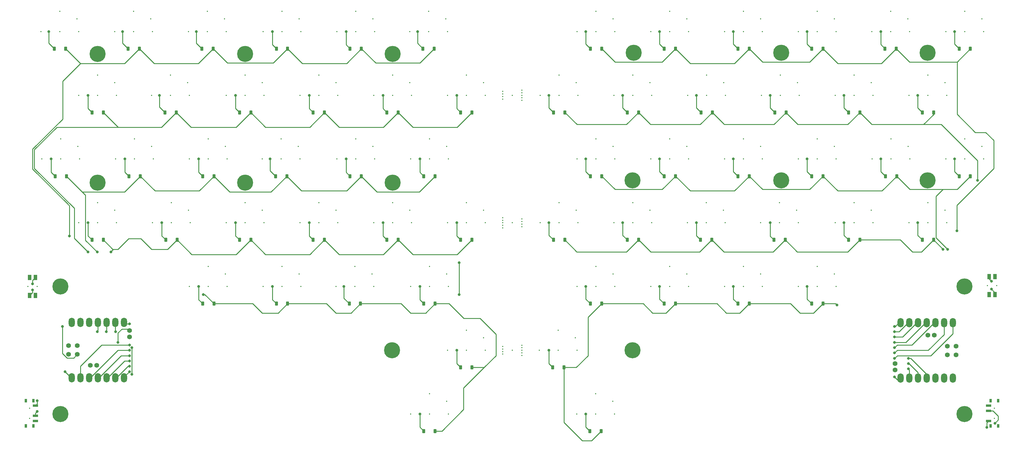
<source format=gtl>
%TF.GenerationSoftware,KiCad,Pcbnew,7.0.9*%
%TF.CreationDate,2023-12-25T02:24:28+05:30*%
%TF.ProjectId,HiveKB,48697665-4b42-42e6-9b69-6361645f7063,rev?*%
%TF.SameCoordinates,Original*%
%TF.FileFunction,Copper,L1,Top*%
%TF.FilePolarity,Positive*%
%FSLAX46Y46*%
G04 Gerber Fmt 4.6, Leading zero omitted, Abs format (unit mm)*
G04 Created by KiCad (PCBNEW 7.0.9) date 2023-12-25 02:24:28*
%MOMM*%
%LPD*%
G01*
G04 APERTURE LIST*
G04 Aperture macros list*
%AMRoundRect*
0 Rectangle with rounded corners*
0 $1 Rounding radius*
0 $2 $3 $4 $5 $6 $7 $8 $9 X,Y pos of 4 corners*
0 Add a 4 corners polygon primitive as box body*
4,1,4,$2,$3,$4,$5,$6,$7,$8,$9,$2,$3,0*
0 Add four circle primitives for the rounded corners*
1,1,$1+$1,$2,$3*
1,1,$1+$1,$4,$5*
1,1,$1+$1,$6,$7*
1,1,$1+$1,$8,$9*
0 Add four rect primitives between the rounded corners*
20,1,$1+$1,$2,$3,$4,$5,0*
20,1,$1+$1,$4,$5,$6,$7,0*
20,1,$1+$1,$6,$7,$8,$9,0*
20,1,$1+$1,$8,$9,$2,$3,0*%
G04 Aperture macros list end*
%TA.AperFunction,SMDPad,CuDef*%
%ADD10RoundRect,0.225000X0.225000X0.375000X-0.225000X0.375000X-0.225000X-0.375000X0.225000X-0.375000X0*%
%TD*%
%TA.AperFunction,ComponentPad*%
%ADD11C,4.700000*%
%TD*%
%TA.AperFunction,SMDPad,CuDef*%
%ADD12O,1.800000X2.750000*%
%TD*%
%TA.AperFunction,ComponentPad*%
%ADD13C,1.397000*%
%TD*%
%TA.AperFunction,SMDPad,CuDef*%
%ADD14R,1.000000X1.550000*%
%TD*%
%TA.AperFunction,SMDPad,CuDef*%
%ADD15R,0.800000X1.000000*%
%TD*%
%TA.AperFunction,SMDPad,CuDef*%
%ADD16R,1.500000X0.700000*%
%TD*%
%TA.AperFunction,ViaPad*%
%ADD17C,0.800000*%
%TD*%
%TA.AperFunction,Conductor*%
%ADD18C,0.250000*%
%TD*%
%ADD19C,0.350000*%
G04 APERTURE END LIST*
D10*
%TO.P,D36,1,K*%
%TO.N,ROW1_R*%
X355356608Y-84133170D03*
%TO.P,D36,2,A*%
%TO.N,Net-(D36-A)*%
X352056608Y-84133170D03*
%TD*%
%TO.P,D5,1,K*%
%TO.N,ROW1_L*%
X177806371Y-84133174D03*
%TO.P,D5,2,A*%
%TO.N,Net-(D5-A)*%
X174506371Y-84133174D03*
%TD*%
%TO.P,D52,1,K*%
%TO.N,ROW4_R*%
X301356608Y-139991814D03*
%TO.P,D52,2,A*%
%TO.N,Net-(D52-A)*%
X298056608Y-139991814D03*
%TD*%
%TO.P,D37,1,K*%
%TO.N,ROW2_R*%
X237106608Y-102752718D03*
%TO.P,D37,2,A*%
%TO.N,Net-(D37-A)*%
X233806608Y-102752718D03*
%TD*%
%TO.P,D46,1,K*%
%TO.N,ROW3_R*%
X312356608Y-121372266D03*
%TO.P,D46,2,A*%
%TO.N,Net-(D46-A)*%
X309056608Y-121372266D03*
%TD*%
%TO.P,D44,1,K*%
%TO.N,ROW3_R*%
X269356608Y-121372266D03*
%TO.P,D44,2,A*%
%TO.N,Net-(D44-A)*%
X266056608Y-121372266D03*
%TD*%
%TO.P,D3,1,K*%
%TO.N,ROW1_L*%
X134556374Y-84133172D03*
%TO.P,D3,2,A*%
%TO.N,Net-(D3-A)*%
X131256374Y-84133172D03*
%TD*%
%TO.P,D53,1,K*%
%TO.N,ROW4_R*%
X323106608Y-139991814D03*
%TO.P,D53,2,A*%
%TO.N,Net-(D53-A)*%
X319806608Y-139991814D03*
%TD*%
%TO.P,D55,1,K*%
%TO.N,ROW5_R*%
X247731608Y-195850458D03*
%TO.P,D55,2,A*%
%TO.N,Net-(D55-A)*%
X244431608Y-195850458D03*
%TD*%
D11*
%TO.P,,1*%
%TO.N,N/C*%
X256831976Y-122578830D03*
%TD*%
%TO.P,,1*%
%TO.N,N/C*%
X342832104Y-85339710D03*
%TD*%
D10*
%TO.P,D23,1,K*%
%TO.N,ROW4_L*%
X188556368Y-139991777D03*
%TO.P,D23,2,A*%
%TO.N,Net-(D23-A)*%
X185256368Y-139991777D03*
%TD*%
D11*
%TO.P,,1*%
%TO.N,N/C*%
X90031384Y-190850490D03*
%TD*%
D10*
%TO.P,D6,1,K*%
%TO.N,ROW1_L*%
X199056370Y-84133172D03*
%TO.P,D6,2,A*%
%TO.N,Net-(D6-A)*%
X195756370Y-84133172D03*
%TD*%
%TO.P,D1,1,K*%
%TO.N,ROW1_L*%
X91556372Y-84133175D03*
%TO.P,D1,2,A*%
%TO.N,Net-(D1-A)*%
X88256372Y-84133175D03*
%TD*%
%TO.P,D25,1,K*%
%TO.N,ROW5_L*%
X134806371Y-158611275D03*
%TO.P,D25,2,A*%
%TO.N,Net-(D25-A)*%
X131506371Y-158611275D03*
%TD*%
%TO.P,D42,1,K*%
%TO.N,ROW2_R*%
X344606608Y-102752718D03*
%TO.P,D42,2,A*%
%TO.N,Net-(D42-A)*%
X341306608Y-102752718D03*
%TD*%
D11*
%TO.P,,1*%
%TO.N,N/C*%
X300167978Y-85339710D03*
%TD*%
%TO.P,,1*%
%TO.N,N/C*%
X353582120Y-190850550D03*
%TD*%
D10*
%TO.P,D58,1,K*%
%TO.N,ROW5_R*%
X269356608Y-158611362D03*
%TO.P,D58,2,A*%
%TO.N,Net-(D58-A)*%
X266056608Y-158611362D03*
%TD*%
%TO.P,D60,1,K*%
%TO.N,ROW5_R*%
X312356608Y-158611362D03*
%TO.P,D60,2,A*%
%TO.N,Net-(D60-A)*%
X309056608Y-158611362D03*
%TD*%
D11*
%TO.P,,1*%
%TO.N,N/C*%
X186906368Y-85646263D03*
%TD*%
D10*
%TO.P,D34,1,K*%
%TO.N,ROW1_R*%
X312356608Y-84133170D03*
%TO.P,D34,2,A*%
%TO.N,Net-(D34-A)*%
X309056608Y-84133170D03*
%TD*%
%TO.P,D41,1,K*%
%TO.N,ROW2_R*%
X323106608Y-102752718D03*
%TO.P,D41,2,A*%
%TO.N,Net-(D41-A)*%
X319806608Y-102752718D03*
%TD*%
%TO.P,D18,1,K*%
%TO.N,ROW3_L*%
X199306373Y-121372170D03*
%TO.P,D18,2,A*%
%TO.N,Net-(D18-A)*%
X196006373Y-121372170D03*
%TD*%
%TO.P,D4,1,K*%
%TO.N,ROW1_L*%
X156306370Y-84133172D03*
%TO.P,D4,2,A*%
%TO.N,Net-(D4-A)*%
X153006370Y-84133172D03*
%TD*%
%TO.P,D40,1,K*%
%TO.N,ROW2_R*%
X301606608Y-102752718D03*
%TO.P,D40,2,A*%
%TO.N,Net-(D40-A)*%
X298306608Y-102752718D03*
%TD*%
%TO.P,D9,1,K*%
%TO.N,ROW2_L*%
X145556369Y-102752674D03*
%TO.P,D9,2,A*%
%TO.N,Net-(D9-A)*%
X142256369Y-102752674D03*
%TD*%
%TO.P,D33,1,K*%
%TO.N,ROW1_R*%
X290856608Y-84133170D03*
%TO.P,D33,2,A*%
%TO.N,Net-(D33-A)*%
X287556608Y-84133170D03*
%TD*%
%TO.P,D28,1,K*%
%TO.N,ROW5_L*%
X199306369Y-158611273D03*
%TO.P,D28,2,A*%
%TO.N,Net-(D28-A)*%
X196006369Y-158611273D03*
%TD*%
%TO.P,D20,1,K*%
%TO.N,ROW4_L*%
X124056371Y-139991775D03*
%TO.P,D20,2,A*%
%TO.N,Net-(D20-A)*%
X120756371Y-139991775D03*
%TD*%
D11*
%TO.P,,1*%
%TO.N,N/C*%
X256831976Y-172230990D03*
%TD*%
D10*
%TO.P,D54,1,K*%
%TO.N,ROW4_R*%
X344606608Y-139991814D03*
%TO.P,D54,2,A*%
%TO.N,Net-(D54-A)*%
X341306608Y-139991814D03*
%TD*%
%TO.P,D50,1,K*%
%TO.N,ROW4_R*%
X258606608Y-139991814D03*
%TO.P,D50,2,A*%
%TO.N,Net-(D50-A)*%
X255306608Y-139991814D03*
%TD*%
%TO.P,D10,1,K*%
%TO.N,ROW2_L*%
X167056372Y-102752675D03*
%TO.P,D10,2,A*%
%TO.N,Net-(D10-A)*%
X163756372Y-102752675D03*
%TD*%
%TO.P,D7,1,K*%
%TO.N,ROW2_L*%
X102556371Y-102752675D03*
%TO.P,D7,2,A*%
%TO.N,Net-(D7-A)*%
X99256371Y-102752675D03*
%TD*%
D11*
%TO.P,,1*%
%TO.N,N/C*%
X90031384Y-153611370D03*
%TD*%
D10*
%TO.P,D2,1,K*%
%TO.N,ROW1_L*%
X113056367Y-84133167D03*
%TO.P,D2,2,A*%
%TO.N,Net-(D2-A)*%
X109756367Y-84133167D03*
%TD*%
%TO.P,D26,1,K*%
%TO.N,ROW5_L*%
X156306369Y-158611278D03*
%TO.P,D26,2,A*%
%TO.N,Net-(D26-A)*%
X153006369Y-158611278D03*
%TD*%
%TO.P,D49,1,K*%
%TO.N,ROW4_R*%
X237106608Y-139991814D03*
%TO.P,D49,2,A*%
%TO.N,Net-(D49-A)*%
X233806608Y-139991814D03*
%TD*%
%TO.P,D38,1,K*%
%TO.N,ROW2_R*%
X258606608Y-102752718D03*
%TO.P,D38,2,A*%
%TO.N,Net-(D38-A)*%
X255306608Y-102752718D03*
%TD*%
%TO.P,D19,1,K*%
%TO.N,ROW4_L*%
X102556369Y-139991776D03*
%TO.P,D19,2,A*%
%TO.N,Net-(D19-A)*%
X99256369Y-139991776D03*
%TD*%
D11*
%TO.P,,1*%
%TO.N,N/C*%
X257167914Y-85339710D03*
%TD*%
D10*
%TO.P,D12,1,K*%
%TO.N,ROW2_L*%
X210056374Y-102752674D03*
%TO.P,D12,2,A*%
%TO.N,Net-(D12-A)*%
X206756374Y-102752674D03*
%TD*%
%TO.P,D17,1,K*%
%TO.N,ROW3_L*%
X177806371Y-121372174D03*
%TO.P,D17,2,A*%
%TO.N,Net-(D17-A)*%
X174506371Y-121372174D03*
%TD*%
%TO.P,D39,1,K*%
%TO.N,ROW2_R*%
X280106608Y-102752718D03*
%TO.P,D39,2,A*%
%TO.N,Net-(D39-A)*%
X276806608Y-102752718D03*
%TD*%
%TO.P,D16,1,K*%
%TO.N,ROW3_L*%
X156056374Y-121372172D03*
%TO.P,D16,2,A*%
%TO.N,Net-(D16-A)*%
X152756374Y-121372172D03*
%TD*%
D11*
%TO.P,,1*%
%TO.N,N/C*%
X143906369Y-85646266D03*
%TD*%
%TO.P,,1*%
%TO.N,N/C*%
X353582120Y-153611430D03*
%TD*%
D10*
%TO.P,D22,1,K*%
%TO.N,ROW4_L*%
X167056369Y-139991776D03*
%TO.P,D22,2,A*%
%TO.N,Net-(D22-A)*%
X163756369Y-139991776D03*
%TD*%
%TO.P,D11,1,K*%
%TO.N,ROW2_L*%
X188556372Y-102752670D03*
%TO.P,D11,2,A*%
%TO.N,Net-(D11-A)*%
X185256372Y-102752670D03*
%TD*%
D12*
%TO.P,U1,1,PA02_A0_D0*%
%TO.N,ROW1_L*%
X93359664Y-180256815D03*
%TO.P,U1,2,PA4_A1_D1*%
%TO.N,COL1_L*%
X95899664Y-180256815D03*
%TO.P,U1,3,PA10_A2_D2*%
%TO.N,COL2_L*%
X98439664Y-180256815D03*
%TO.P,U1,4,PA11_A3_D3*%
%TO.N,COL3_L*%
X100979664Y-180256815D03*
%TO.P,U1,5,PA8_A4_D4_SDA*%
%TO.N,COL4_L*%
X103519664Y-180256815D03*
%TO.P,U1,6,PA9_A5_D5_SCL*%
%TO.N,COL5_L*%
X106059664Y-180256815D03*
%TO.P,U1,7,PB08_A6_D6_TX*%
%TO.N,COL6_L*%
X108599664Y-180256815D03*
%TO.P,U1,8,PB09_A7_D7_RX*%
%TO.N,ROW5_L*%
X108599664Y-164066895D03*
%TO.P,U1,9,PA7_A8_D8_SCK*%
%TO.N,ROW4_L*%
X106059664Y-164066895D03*
%TO.P,U1,10,PA5_A9_D9_MISO*%
%TO.N,ROW3_L*%
X103519664Y-164066895D03*
%TO.P,U1,11,PA6_A10_D10_MOSI*%
%TO.N,ROW2_L*%
X100979664Y-164066895D03*
%TO.P,U1,12,3V3*%
%TO.N,unconnected-(U1-3V3-Pad12)*%
X98439664Y-164066895D03*
%TO.P,U1,13,GND*%
%TO.N,unconnected-(U1-GND-Pad13)*%
X95899664Y-164066895D03*
%TO.P,U1,14,5V*%
%TO.N,unconnected-(U1-5V-Pad14)*%
X93359664Y-164066895D03*
D13*
%TO.P,U1,15,NFC+*%
%TO.N,unconnected-(U1-NFC+-Pad15)*%
X92407664Y-173431855D03*
%TO.P,U1,16,NFC-*%
%TO.N,unconnected-(U1-NFC--Pad16)*%
X92407664Y-170891855D03*
%TO.P,U1,17,PA31_SWDIO*%
%TO.N,Net-(U1-PA31_SWDIO)*%
X94947664Y-173431855D03*
%TO.P,U1,18,PA30_SWCLK*%
%TO.N,Net-(U1-PA30_SWCLK)*%
X94947664Y-170891855D03*
%TO.P,U1,19,RESET*%
%TO.N,unconnected-(U1-RESET-Pad19)*%
X100662664Y-176606855D03*
%TO.P,U1,20,GND*%
%TO.N,unconnected-(U1-GND-Pad20)*%
X98757664Y-176606855D03*
%TO.P,U1,21,BAT-*%
%TO.N,Net-(SW2-B)*%
X110187664Y-168351855D03*
%TO.P,U1,22,BAT+*%
%TO.N,Net-(BT2-+)*%
X110187664Y-166446855D03*
%TD*%
D10*
%TO.P,D57,1,K*%
%TO.N,ROW5_R*%
X247856608Y-158611362D03*
%TO.P,D57,2,A*%
%TO.N,Net-(D57-A)*%
X244556608Y-158611362D03*
%TD*%
%TO.P,D32,1,K*%
%TO.N,ROW1_R*%
X269356608Y-84133170D03*
%TO.P,D32,2,A*%
%TO.N,Net-(D32-A)*%
X266056608Y-84133170D03*
%TD*%
D12*
%TO.P,U2,1,PA02_A0_D0*%
%TO.N,COL1_R*%
X350222388Y-164171965D03*
%TO.P,U2,2,PA4_A1_D1*%
%TO.N,COL2_R*%
X347682388Y-164171965D03*
%TO.P,U2,3,PA10_A2_D2*%
%TO.N,COL3_R*%
X345142388Y-164171965D03*
%TO.P,U2,4,PA11_A3_D3*%
%TO.N,COL4_R*%
X342602388Y-164171965D03*
%TO.P,U2,5,PA8_A4_D4_SDA*%
%TO.N,COL5_R*%
X340062388Y-164171965D03*
%TO.P,U2,6,PA9_A5_D5_SCL*%
%TO.N,COL6_R*%
X337522388Y-164171965D03*
%TO.P,U2,7,PB08_A6_D6_TX*%
%TO.N,ROW1_R*%
X334982388Y-164171965D03*
%TO.P,U2,8,PB09_A7_D7_RX*%
%TO.N,ROW2_R*%
X334982388Y-180361885D03*
%TO.P,U2,9,PA7_A8_D8_SCK*%
%TO.N,ROW3_R*%
X337522388Y-180361885D03*
%TO.P,U2,10,PA5_A9_D9_MISO*%
%TO.N,ROW4_R*%
X340062388Y-180361885D03*
%TO.P,U2,11,PA6_A10_D10_MOSI*%
%TO.N,ROW5_R*%
X342602388Y-180361885D03*
%TO.P,U2,12,3V3*%
%TO.N,unconnected-(U2-3V3-Pad12)*%
X345142388Y-180361885D03*
%TO.P,U2,13,GND*%
%TO.N,unconnected-(U2-GND-Pad13)*%
X347682388Y-180361885D03*
%TO.P,U2,14,5V*%
%TO.N,unconnected-(U2-5V-Pad14)*%
X350222388Y-180361885D03*
D13*
%TO.P,U2,15,NFC+*%
%TO.N,unconnected-(U2-NFC+-Pad15)*%
X351174388Y-170996925D03*
%TO.P,U2,16,NFC-*%
%TO.N,unconnected-(U2-NFC--Pad16)*%
X351174388Y-173536925D03*
%TO.P,U2,17,PA31_SWDIO*%
%TO.N,Net-(U2-PA31_SWDIO)*%
X348634388Y-170996925D03*
%TO.P,U2,18,PA30_SWCLK*%
%TO.N,Net-(U2-PA30_SWCLK)*%
X348634388Y-173536925D03*
%TO.P,U2,19,RESET*%
%TO.N,unconnected-(U2-RESET-Pad19)*%
X342919388Y-167821925D03*
%TO.P,U2,20,GND*%
%TO.N,unconnected-(U2-GND-Pad20)*%
X344824388Y-167821925D03*
%TO.P,U2,21,BAT-*%
%TO.N,Net-(SW4-B)*%
X333394388Y-176076925D03*
%TO.P,U2,22,BAT+*%
%TO.N,Net-(BT4-+)*%
X333394388Y-177981925D03*
%TD*%
D11*
%TO.P,,1*%
%TO.N,N/C*%
X100906370Y-85646263D03*
%TD*%
%TO.P,,1*%
%TO.N,N/C*%
X342832104Y-122578830D03*
%TD*%
D14*
%TO.P,SW1,1*%
%TO.N,Net-(U1-PA31_SWDIO)*%
X81087624Y-156236370D03*
X81087624Y-150986370D03*
%TO.P,SW1,2*%
%TO.N,Net-(U1-PA30_SWCLK)*%
X82787624Y-156236370D03*
X82787624Y-150986370D03*
%TD*%
D10*
%TO.P,D35,1,K*%
%TO.N,ROW1_R*%
X333731608Y-84133170D03*
%TO.P,D35,2,A*%
%TO.N,Net-(D35-A)*%
X330431608Y-84133170D03*
%TD*%
%TO.P,D48,1,K*%
%TO.N,ROW3_R*%
X355356608Y-121372266D03*
%TO.P,D48,2,A*%
%TO.N,Net-(D48-A)*%
X352056608Y-121372266D03*
%TD*%
%TO.P,D24,1,K*%
%TO.N,ROW4_L*%
X210056371Y-139991776D03*
%TO.P,D24,2,A*%
%TO.N,Net-(D24-A)*%
X206756371Y-139991776D03*
%TD*%
%TO.P,D45,1,K*%
%TO.N,ROW3_R*%
X290856608Y-121372266D03*
%TO.P,D45,2,A*%
%TO.N,Net-(D45-A)*%
X287556608Y-121372266D03*
%TD*%
%TO.P,D29,1,K*%
%TO.N,ROW5_L*%
X210056368Y-177230877D03*
%TO.P,D29,2,A*%
%TO.N,Net-(D29-A)*%
X206756368Y-177230877D03*
%TD*%
D15*
%TO.P,SW2,*%
%TO.N,*%
X82163244Y-186971415D03*
X79953244Y-186971415D03*
X82163244Y-194271415D03*
X79953244Y-194271415D03*
D16*
%TO.P,SW2,1,A*%
%TO.N,Net-(BT1-+)*%
X82813244Y-188371415D03*
%TO.P,SW2,2,B*%
%TO.N,Net-(SW2-B)*%
X82813244Y-191371415D03*
%TO.P,SW2,3*%
%TO.N,N/C*%
X82813244Y-192871415D03*
%TD*%
D10*
%TO.P,D47,1,K*%
%TO.N,ROW3_R*%
X333856608Y-121372266D03*
%TO.P,D47,2,A*%
%TO.N,Net-(D47-A)*%
X330556608Y-121372266D03*
%TD*%
%TO.P,D59,1,K*%
%TO.N,ROW5_R*%
X290856608Y-158611362D03*
%TO.P,D59,2,A*%
%TO.N,Net-(D59-A)*%
X287556608Y-158611362D03*
%TD*%
%TO.P,D13,1,K*%
%TO.N,ROW3_L*%
X91806374Y-121372174D03*
%TO.P,D13,2,A*%
%TO.N,Net-(D13-A)*%
X88506374Y-121372174D03*
%TD*%
%TO.P,D56,1,K*%
%TO.N,ROW5_R*%
X236856608Y-177230910D03*
%TO.P,D56,2,A*%
%TO.N,Net-(D56-A)*%
X233556608Y-177230910D03*
%TD*%
%TO.P,D43,1,K*%
%TO.N,ROW3_R*%
X247856608Y-121372266D03*
%TO.P,D43,2,A*%
%TO.N,Net-(D43-A)*%
X244556608Y-121372266D03*
%TD*%
%TO.P,D31,1,K*%
%TO.N,ROW1_R*%
X247856608Y-84133170D03*
%TO.P,D31,2,A*%
%TO.N,Net-(D31-A)*%
X244556608Y-84133170D03*
%TD*%
D15*
%TO.P,SW4,*%
%TO.N,*%
X361274916Y-194271415D03*
X363484916Y-194271415D03*
X361274916Y-186971415D03*
X363484916Y-186971415D03*
D16*
%TO.P,SW4,1,A*%
%TO.N,Net-(BT3-+)*%
X360624916Y-192871415D03*
%TO.P,SW4,2,B*%
%TO.N,Net-(SW4-B)*%
X360624916Y-189871415D03*
%TO.P,SW4,3*%
%TO.N,N/C*%
X360624916Y-188371415D03*
%TD*%
D10*
%TO.P,D30,1,K*%
%TO.N,ROW5_L*%
X199306371Y-195850372D03*
%TO.P,D30,2,A*%
%TO.N,Net-(D30-A)*%
X196006371Y-195850372D03*
%TD*%
D11*
%TO.P,,1*%
%TO.N,N/C*%
X186781528Y-172230930D03*
%TD*%
D10*
%TO.P,D21,1,K*%
%TO.N,ROW4_L*%
X145556369Y-139991778D03*
%TO.P,D21,2,A*%
%TO.N,Net-(D21-A)*%
X142256369Y-139991778D03*
%TD*%
D14*
%TO.P,SW3,1*%
%TO.N,Net-(U2-PA30_SWCLK)*%
X362497413Y-150688815D03*
X362497413Y-155938815D03*
%TO.P,SW3,2*%
%TO.N,Net-(U2-PA31_SWDIO)*%
X360797413Y-150688815D03*
X360797413Y-155938815D03*
%TD*%
D10*
%TO.P,D15,1,K*%
%TO.N,ROW3_L*%
X134806370Y-121372175D03*
%TO.P,D15,2,A*%
%TO.N,Net-(D15-A)*%
X131506370Y-121372175D03*
%TD*%
D11*
%TO.P,,1*%
%TO.N,N/C*%
X143906367Y-123273338D03*
%TD*%
%TO.P,,1*%
%TO.N,N/C*%
X186906367Y-123273339D03*
%TD*%
%TO.P,,1*%
%TO.N,N/C*%
X300167978Y-122578830D03*
%TD*%
D10*
%TO.P,D51,1,K*%
%TO.N,ROW4_R*%
X279981608Y-139991814D03*
%TO.P,D51,2,A*%
%TO.N,Net-(D51-A)*%
X276681608Y-139991814D03*
%TD*%
%TO.P,D14,1,K*%
%TO.N,ROW3_L*%
X113306376Y-121372175D03*
%TO.P,D14,2,A*%
%TO.N,Net-(D14-A)*%
X110006376Y-121372175D03*
%TD*%
%TO.P,D8,1,K*%
%TO.N,ROW2_L*%
X123806371Y-102752672D03*
%TO.P,D8,2,A*%
%TO.N,Net-(D8-A)*%
X120506371Y-102752672D03*
%TD*%
%TO.P,D27,1,K*%
%TO.N,ROW5_L*%
X177556371Y-158611275D03*
%TO.P,D27,2,A*%
%TO.N,Net-(D27-A)*%
X174256371Y-158611275D03*
%TD*%
D11*
%TO.P,,1*%
%TO.N,N/C*%
X100906369Y-123273339D03*
%TD*%
D17*
%TO.N,Net-(D1-A)*%
X86672004Y-79133130D03*
%TO.N,Net-(D3-A)*%
X129672068Y-79133130D03*
%TO.N,Net-(D5-A)*%
X173344008Y-79133130D03*
%TO.N,Net-(D11-A)*%
X184094024Y-97752690D03*
%TO.N,Net-(D13-A)*%
X87343880Y-116372250D03*
%TO.N,Net-(D15-A)*%
X130343944Y-116372250D03*
%TO.N,Net-(D17-A)*%
X173344008Y-116372250D03*
%TO.N,Net-(D19-A)*%
X98093896Y-134991810D03*
%TO.N,Net-(D21-A)*%
X141093960Y-134991810D03*
%TO.N,Net-(D23-A)*%
X184094024Y-134991810D03*
%TO.N,Net-(D25-A)*%
X130343944Y-153611370D03*
%TO.N,Net-(D27-A)*%
X172672132Y-153611370D03*
%TO.N,Net-(D29-A)*%
X205594056Y-172230930D03*
%TO.N,Net-(D7-A)*%
X98093896Y-97752690D03*
%TO.N,Net-(D10-A)*%
X162593992Y-97752690D03*
%TO.N,Net-(D2-A)*%
X108172036Y-79133130D03*
%TO.N,Net-(D4-A)*%
X151843976Y-79133130D03*
%TO.N,Net-(D6-A)*%
X194172164Y-79133130D03*
%TO.N,Net-(D8-A)*%
X118922052Y-97752690D03*
%TO.N,Net-(D9-A)*%
X141093960Y-97752690D03*
%TO.N,Net-(D12-A)*%
X205594056Y-97752690D03*
%TO.N,Net-(D14-A)*%
X108843912Y-116372250D03*
%TO.N,Net-(D16-A)*%
X151172100Y-116372250D03*
%TO.N,Net-(D18-A)*%
X194844040Y-116372250D03*
%TO.N,Net-(D20-A)*%
X119593928Y-134991810D03*
%TO.N,Net-(D22-A)*%
X162593992Y-134991810D03*
%TO.N,Net-(D24-A)*%
X205594056Y-134991810D03*
%TO.N,Net-(D26-A)*%
X151843976Y-153611370D03*
%TO.N,Net-(D28-A)*%
X194844040Y-153611370D03*
%TO.N,Net-(D30-A)*%
X194844040Y-190850490D03*
%TO.N,ROW1_L*%
X92718888Y-138870885D03*
X91375136Y-178437450D03*
%TO.N,ROW2_L*%
X100781400Y-166800225D03*
X98093896Y-143525775D03*
%TO.N,ROW3_L*%
X100781400Y-143525775D03*
X103468904Y-166800225D03*
%TO.N,ROW4_L*%
X106156408Y-166800225D03*
X104812656Y-143525775D03*
%TO.N,ROW5_L*%
X110187664Y-164472780D03*
X131687696Y-155938815D03*
%TO.N,COL1_L*%
X110187664Y-170679300D03*
%TO.N,COL2_L*%
X110187664Y-172230930D03*
%TO.N,COL3_L*%
X110187664Y-173782560D03*
%TO.N,COL4_L*%
X110187664Y-175334190D03*
%TO.N,COL5_L*%
X206265932Y-155938815D03*
X206265932Y-146629035D03*
X110187664Y-176885820D03*
%TO.N,COL6_L*%
X110187664Y-178437450D03*
%TO.N,Net-(BT3-+)*%
X360125536Y-194729565D03*
%TO.N,ROW1_R*%
X351391148Y-137319255D03*
X333250496Y-165248595D03*
%TO.N,Net-(D31-A)*%
X243219112Y-79133130D03*
%TO.N,Net-(D32-A)*%
X264719144Y-79133130D03*
%TO.N,Net-(D33-A)*%
X286219176Y-79133130D03*
%TO.N,Net-(D34-A)*%
X307719208Y-79133130D03*
%TO.N,Net-(D35-A)*%
X329219240Y-79133130D03*
%TO.N,Net-(D36-A)*%
X350719272Y-79133130D03*
%TO.N,ROW2_R*%
X357460348Y-122601086D03*
X333250496Y-179989080D03*
%TO.N,Net-(D37-A)*%
X232469096Y-97752690D03*
%TO.N,Net-(D38-A)*%
X253969128Y-97752690D03*
%TO.N,Net-(D39-A)*%
X275469160Y-97752690D03*
%TO.N,Net-(D40-A)*%
X296969192Y-97752690D03*
%TO.N,Net-(D41-A)*%
X318469224Y-97752690D03*
%TO.N,Net-(D42-A)*%
X339969256Y-97752690D03*
%TO.N,ROW3_R*%
X337281752Y-177661635D03*
X348703644Y-142749960D03*
%TO.N,Net-(D43-A)*%
X243219112Y-116372250D03*
%TO.N,Net-(D44-A)*%
X264719144Y-116372250D03*
%TO.N,Net-(D45-A)*%
X286219176Y-116372250D03*
%TO.N,Net-(D46-A)*%
X307719208Y-116372250D03*
%TO.N,Net-(D47-A)*%
X329219240Y-116372250D03*
%TO.N,Net-(D48-A)*%
X350719272Y-116372250D03*
%TO.N,ROW4_R*%
X337281752Y-176110005D03*
X347359892Y-142749960D03*
%TO.N,Net-(D49-A)*%
X232469096Y-134991810D03*
%TO.N,Net-(D50-A)*%
X253969128Y-134991810D03*
%TO.N,Net-(D51-A)*%
X275469160Y-134991810D03*
%TO.N,Net-(D52-A)*%
X296969192Y-134991810D03*
%TO.N,Net-(D53-A)*%
X318469224Y-134991810D03*
%TO.N,Net-(D54-A)*%
X339969256Y-134991810D03*
%TO.N,ROW5_R*%
X337281752Y-174558375D03*
X316453596Y-159042075D03*
%TO.N,Net-(D55-A)*%
X243219112Y-190850490D03*
%TO.N,Net-(D56-A)*%
X232469096Y-172230930D03*
%TO.N,Net-(D57-A)*%
X243219112Y-153611370D03*
%TO.N,Net-(D58-A)*%
X264719144Y-153611370D03*
%TO.N,Net-(D59-A)*%
X286219176Y-153611370D03*
%TO.N,Net-(D60-A)*%
X307719208Y-153611370D03*
%TO.N,COL1_R*%
X333250496Y-174558375D03*
%TO.N,COL2_R*%
X333250496Y-173006745D03*
%TO.N,COL3_R*%
X333250496Y-171455115D03*
%TO.N,COL4_R*%
X333250496Y-169903485D03*
%TO.N,COL5_R*%
X333250496Y-168351855D03*
%TO.N,COL6_R*%
X333250496Y-166800225D03*
%TO.N,Net-(U2-PA31_SWDIO)*%
X361469288Y-152059740D03*
%TO.N,Net-(SW4-B)*%
X362485414Y-193505561D03*
%TO.N,Net-(U2-PA30_SWCLK)*%
X361469288Y-154387185D03*
%TO.N,Net-(U1-PA31_SWDIO)*%
X90650636Y-165248595D03*
X81968872Y-154610873D03*
%TO.N,Net-(U1-PA30_SWCLK)*%
X81968872Y-152835555D03*
%TO.N,Net-(BT1-+)*%
X83312624Y-186971415D03*
X110912664Y-179213265D03*
X110859540Y-171455115D03*
%TO.N,Net-(SW2-B)*%
X83312624Y-190074675D03*
%TO.N,Net-(BT2-+)*%
X106828284Y-169903485D03*
%TD*%
D18*
%TO.N,ROW4_R*%
X338473323Y-143525775D02*
X341072647Y-143525775D01*
X341072647Y-143525775D02*
X344606608Y-139991814D01*
X334939363Y-139991814D02*
X338473323Y-143525775D01*
X323106608Y-139991814D02*
X334939363Y-139991814D01*
%TO.N,Net-(D1-A)*%
X86672004Y-82548807D02*
X88256372Y-84133175D01*
X86672004Y-79133130D02*
X86672004Y-82548807D01*
%TO.N,Net-(D3-A)*%
X129672068Y-79133130D02*
X129672068Y-82548866D01*
X129672068Y-82548866D02*
X131256374Y-84133172D01*
%TO.N,Net-(D5-A)*%
X173344008Y-82970811D02*
X174506371Y-84133174D01*
X173344008Y-79133130D02*
X173344008Y-82970811D01*
%TO.N,Net-(D11-A)*%
X184094024Y-101590322D02*
X185256372Y-102752670D01*
X184094024Y-97752690D02*
X184094024Y-101590322D01*
%TO.N,Net-(D13-A)*%
X87343880Y-116372250D02*
X87343880Y-120209680D01*
X87343880Y-120209680D02*
X88506374Y-121372174D01*
%TO.N,Net-(D15-A)*%
X130343944Y-116372250D02*
X130343944Y-120209749D01*
X130343944Y-120209749D02*
X131506370Y-121372175D01*
%TO.N,Net-(D17-A)*%
X173344008Y-116372250D02*
X173344008Y-120209811D01*
X173344008Y-120209811D02*
X174506371Y-121372174D01*
%TO.N,Net-(D19-A)*%
X98093896Y-134991810D02*
X98093896Y-138829303D01*
X98093896Y-138829303D02*
X99256369Y-139991776D01*
%TO.N,Net-(D21-A)*%
X141093960Y-134991810D02*
X141093960Y-138829369D01*
X141093960Y-138829369D02*
X142256369Y-139991778D01*
%TO.N,Net-(D23-A)*%
X184094024Y-138829433D02*
X185256368Y-139991777D01*
X184094024Y-134991810D02*
X184094024Y-138829433D01*
%TO.N,Net-(D25-A)*%
X130343944Y-157448848D02*
X131506371Y-158611275D01*
X130343944Y-153611370D02*
X130343944Y-157448848D01*
%TO.N,Net-(D27-A)*%
X174256371Y-158611275D02*
X172672132Y-157027036D01*
X172672132Y-157027036D02*
X172672132Y-153611370D01*
%TO.N,Net-(D29-A)*%
X205594056Y-172230930D02*
X205594056Y-176068565D01*
X205594056Y-176068565D02*
X206756368Y-177230877D01*
%TO.N,Net-(D7-A)*%
X98093896Y-97752690D02*
X98093896Y-101590200D01*
X98093896Y-101590200D02*
X99256371Y-102752675D01*
%TO.N,Net-(D10-A)*%
X162593992Y-101590295D02*
X163756372Y-102752675D01*
X162593992Y-97752690D02*
X162593992Y-101590295D01*
%TO.N,Net-(D2-A)*%
X108172036Y-79133130D02*
X108172036Y-82548836D01*
X108172036Y-82548836D02*
X109756367Y-84133167D01*
%TO.N,Net-(D4-A)*%
X151843976Y-79133130D02*
X151843976Y-82970778D01*
X151843976Y-82970778D02*
X153006370Y-84133172D01*
%TO.N,Net-(D6-A)*%
X194172164Y-82548966D02*
X195756370Y-84133172D01*
X194172164Y-79133130D02*
X194172164Y-82548966D01*
%TO.N,Net-(D8-A)*%
X118922052Y-97752690D02*
X118922052Y-101168353D01*
X118922052Y-101168353D02*
X120506371Y-102752672D01*
%TO.N,Net-(D9-A)*%
X141093960Y-97752690D02*
X141093960Y-101590265D01*
X141093960Y-101590265D02*
X142256369Y-102752674D01*
%TO.N,Net-(D12-A)*%
X205594056Y-101590356D02*
X206756374Y-102752674D01*
X205594056Y-97752690D02*
X205594056Y-101590356D01*
%TO.N,Net-(D14-A)*%
X108843912Y-120209711D02*
X110006376Y-121372175D01*
X108843912Y-116372250D02*
X108843912Y-120209711D01*
%TO.N,Net-(D16-A)*%
X151172100Y-116372250D02*
X151172100Y-119787898D01*
X151172100Y-119787898D02*
X152756374Y-121372172D01*
%TO.N,Net-(D18-A)*%
X194844040Y-120209837D02*
X196006373Y-121372170D01*
X194844040Y-116372250D02*
X194844040Y-120209837D01*
%TO.N,Net-(D20-A)*%
X119593928Y-134991810D02*
X119593928Y-138829332D01*
X119593928Y-138829332D02*
X120756371Y-139991775D01*
%TO.N,Net-(D22-A)*%
X162593992Y-138829399D02*
X163756369Y-139991776D01*
X162593992Y-134991810D02*
X162593992Y-138829399D01*
%TO.N,Net-(D24-A)*%
X205594056Y-138829461D02*
X206756371Y-139991776D01*
X205594056Y-134991810D02*
X205594056Y-138829461D01*
%TO.N,Net-(D26-A)*%
X151843976Y-157448885D02*
X153006369Y-158611278D01*
X151843976Y-153611370D02*
X151843976Y-157448885D01*
%TO.N,Net-(D28-A)*%
X194844040Y-153611370D02*
X194844040Y-157448944D01*
X194844040Y-157448944D02*
X196006369Y-158611273D01*
%TO.N,Net-(D30-A)*%
X194844040Y-194688041D02*
X196006371Y-195850372D01*
X194844040Y-190850490D02*
X194844040Y-194688041D01*
%TO.N,ROW1_L*%
X95866107Y-88442910D02*
X108746624Y-88442910D01*
X130246636Y-88442910D02*
X134556374Y-84133172D01*
X173496635Y-88442910D02*
X177806371Y-84133174D01*
X194868279Y-88321263D02*
X199056370Y-84133172D01*
X181994460Y-88321263D02*
X194868279Y-88321263D01*
X90703260Y-104735025D02*
X81968872Y-113469413D01*
X152118276Y-88321266D02*
X156306370Y-84133172D01*
X156306370Y-84133172D02*
X160616108Y-88442910D01*
X81968872Y-119275087D02*
X92150951Y-129457166D01*
X117366110Y-88442910D02*
X130246636Y-88442910D01*
X93359664Y-180421978D02*
X91375136Y-178437450D01*
X134556374Y-84133172D02*
X138744468Y-88321266D01*
X92718888Y-138870885D02*
X92718888Y-130025103D01*
X95866107Y-88442910D02*
X90703260Y-93605757D01*
X160616108Y-88442910D02*
X173496635Y-88442910D01*
X93359664Y-180731815D02*
X93359664Y-180421978D01*
X91556372Y-84133175D02*
X95866107Y-88442910D01*
X92718888Y-130025103D02*
X92150951Y-129457166D01*
X81968872Y-113469413D02*
X81968872Y-119275087D01*
X113056367Y-84133167D02*
X117366110Y-88442910D01*
X108746624Y-88442910D02*
X113056367Y-84133167D01*
X177806371Y-84133174D02*
X181994460Y-88321263D01*
X90703260Y-93605757D02*
X90703260Y-104735025D01*
X138744468Y-88321266D02*
X152118276Y-88321266D01*
%TO.N,ROW2_L*%
X100979664Y-163591895D02*
X100979664Y-166601961D01*
X102556371Y-102752675D02*
X106866166Y-107062470D01*
X192866172Y-107062470D02*
X205746578Y-107062470D01*
X100979664Y-166601961D02*
X100781400Y-166800225D01*
X123806371Y-102752672D02*
X128116169Y-107062470D01*
X205746578Y-107062470D02*
X210056374Y-102752674D01*
X128116169Y-107062470D02*
X141246573Y-107062470D01*
X82418872Y-113655809D02*
X89012211Y-107062470D01*
X188556372Y-102752670D02*
X192866172Y-107062470D01*
X162746577Y-107062470D02*
X167056372Y-102752675D01*
X82418872Y-119088691D02*
X82418872Y-113655809D01*
X141246573Y-107062470D02*
X145556369Y-102752674D01*
X167056372Y-102752675D02*
X171366167Y-107062470D01*
X94081369Y-130751188D02*
X82418872Y-119088691D01*
X171366167Y-107062470D02*
X184246572Y-107062470D01*
X145556369Y-102752674D02*
X149866165Y-107062470D01*
X89012211Y-107062470D02*
X106866166Y-107062470D01*
X94081369Y-139513248D02*
X94081369Y-130751188D01*
X149866165Y-107062470D02*
X162746577Y-107062470D01*
X106866166Y-107062470D02*
X119496573Y-107062470D01*
X119496573Y-107062470D02*
X123806371Y-102752672D01*
X98093896Y-143525775D02*
X94081369Y-139513248D01*
X184246572Y-107062470D02*
X188556372Y-102752670D01*
%TO.N,ROW3_L*%
X103519664Y-166749465D02*
X103468904Y-166800225D01*
X156056374Y-121372172D02*
X160366232Y-125682030D01*
X97368896Y-140113271D02*
X97368896Y-126934696D01*
X108730212Y-125948339D02*
X113306376Y-121372175D01*
X139382533Y-125948338D02*
X151480208Y-125948338D01*
X97368896Y-126934696D02*
X96382539Y-125948339D01*
X160366232Y-125682030D02*
X173496515Y-125682030D01*
X173496515Y-125682030D02*
X177806371Y-121372174D01*
X151480208Y-125948338D02*
X156056374Y-121372172D01*
X96382539Y-125948339D02*
X108730212Y-125948339D01*
X103519664Y-163591895D02*
X103468904Y-163541135D01*
X130496515Y-125682030D02*
X134806370Y-121372175D01*
X194730204Y-125948339D02*
X199306373Y-121372170D01*
X117616231Y-125682030D02*
X130496515Y-125682030D01*
X134806370Y-121372175D02*
X139382533Y-125948338D01*
X177806371Y-121372174D02*
X182382536Y-125948339D01*
X182382536Y-125948339D02*
X194730204Y-125948339D01*
X91806374Y-121372174D02*
X96382539Y-125948339D01*
X100781400Y-143525775D02*
X97368896Y-140113271D01*
X113306376Y-121372175D02*
X117616231Y-125682030D01*
X103519664Y-163591895D02*
X103519664Y-166749465D01*
%TO.N,ROW4_L*%
X171366183Y-144301590D02*
X184246555Y-144301590D01*
X104812656Y-143525775D02*
X104812656Y-143421836D01*
X184246555Y-144301590D02*
X188556368Y-139991777D01*
X106059664Y-166703481D02*
X106059664Y-163591895D01*
X192866181Y-144301590D02*
X188556368Y-139991777D01*
X102556369Y-139991776D02*
X105314553Y-142749960D01*
X145556369Y-139991778D02*
X149866181Y-144301590D01*
X106828284Y-142749960D02*
X109931544Y-139646700D01*
X104812656Y-143421836D02*
X105484532Y-142749960D01*
X210056371Y-139991776D02*
X205746557Y-144301590D01*
X167056369Y-139991776D02*
X171366183Y-144301590D01*
X113547044Y-139646700D02*
X116650304Y-142749960D01*
X128366186Y-144301590D02*
X141246557Y-144301590D01*
X106156408Y-166800225D02*
X106059664Y-166703481D01*
X141246557Y-144301590D02*
X145556369Y-139991778D01*
X205746557Y-144301590D02*
X192866181Y-144301590D01*
X105314553Y-142749960D02*
X105484532Y-142749960D01*
X109931544Y-139646700D02*
X113547044Y-139646700D01*
X116650304Y-142749960D02*
X121298186Y-142749960D01*
X162746555Y-144301590D02*
X167056369Y-139991776D01*
X105484532Y-142749960D02*
X106828284Y-142749960D01*
X124056371Y-139991775D02*
X128366186Y-144301590D01*
X149866181Y-144301590D02*
X162746555Y-144301590D01*
X121298186Y-142749960D02*
X124056371Y-139991775D01*
%TO.N,ROW5_L*%
X201266050Y-195850372D02*
X207609684Y-189506738D01*
X213784628Y-177013880D02*
X213567631Y-177230877D01*
X131687696Y-155938815D02*
X132133911Y-155938815D01*
X199306371Y-195850372D02*
X201266050Y-195850372D01*
X203338418Y-158611273D02*
X207648295Y-162921150D01*
X199306369Y-158611273D02*
X203338418Y-158611273D01*
X192156536Y-161369520D02*
X196548122Y-161369520D01*
X207648295Y-162921150D02*
X212361058Y-162921150D01*
X108599664Y-163591895D02*
X108599664Y-164924906D01*
X156306369Y-158611278D02*
X167642142Y-158611278D01*
X110187664Y-164472780D02*
X109480549Y-164472780D01*
X148900352Y-161369520D02*
X153548127Y-161369520D01*
X170400384Y-161369520D02*
X174798126Y-161369520D01*
X132133911Y-155938815D02*
X134806371Y-158611275D01*
X217015948Y-173782560D02*
X213784628Y-177013880D01*
X109480549Y-164472780D02*
X108599664Y-163591895D01*
X153548127Y-161369520D02*
X156306369Y-158611278D01*
X167642142Y-158611278D02*
X170400384Y-161369520D01*
X213567631Y-177230877D02*
X210056368Y-177230877D01*
X212361058Y-162921150D02*
X217015948Y-167576040D01*
X196548122Y-161369520D02*
X199306369Y-158611273D01*
X217015948Y-167576040D02*
X217015948Y-173782560D01*
X134806371Y-158611275D02*
X146142107Y-158611275D01*
X207609684Y-189506738D02*
X207609684Y-183188824D01*
X207609684Y-183188824D02*
X213784628Y-177013880D01*
X174798126Y-161369520D02*
X177556371Y-158611275D01*
X189398291Y-158611275D02*
X192156536Y-161369520D01*
X177556371Y-158611275D02*
X189398291Y-158611275D01*
X146142107Y-158611275D02*
X148900352Y-161369520D01*
%TO.N,COL1_L*%
X95899664Y-180731815D02*
X95899664Y-176831571D01*
X95899664Y-176831571D02*
X102051935Y-170679300D01*
X102051935Y-170679300D02*
X110187664Y-170679300D01*
%TO.N,COL2_L*%
X106798137Y-172230930D02*
X110187664Y-172230930D01*
X98439664Y-180731815D02*
X98439664Y-180589403D01*
X98439664Y-180589403D02*
X106798137Y-172230930D01*
%TO.N,COL3_L*%
X100979664Y-180731815D02*
X100979664Y-180589403D01*
X100979664Y-180589403D02*
X107786507Y-173782560D01*
X107786507Y-173782560D02*
X110187664Y-173782560D01*
%TO.N,COL4_L*%
X103519664Y-180731815D02*
X103519664Y-180589403D01*
X108774877Y-175334190D02*
X110187664Y-175334190D01*
X103519664Y-180589403D02*
X108774877Y-175334190D01*
%TO.N,COL5_L*%
X106059664Y-180731815D02*
X106059664Y-180589403D01*
X109763247Y-176885820D02*
X110187664Y-176885820D01*
X206265932Y-155938815D02*
X206265932Y-148436785D01*
X206265932Y-148436785D02*
X206265932Y-146629035D01*
X106059664Y-180589403D02*
X109763247Y-176885820D01*
%TO.N,COL6_L*%
X108599664Y-180731815D02*
X108599664Y-180025450D01*
X108599664Y-180025450D02*
X110187664Y-178437450D01*
%TO.N,Net-(BT3-+)*%
X360125536Y-194729565D02*
X360125536Y-193370795D01*
X360125536Y-193370795D02*
X360624916Y-192871415D01*
%TO.N,ROW1_R*%
X308475068Y-88014710D02*
X312356608Y-84133170D01*
X333731608Y-84133170D02*
X337613148Y-88014710D01*
X362141164Y-119089466D02*
X362141164Y-110941545D01*
X247856608Y-84133170D02*
X251738148Y-88014710D01*
X356766156Y-108614100D02*
X351475068Y-103323012D01*
X294738148Y-88014710D02*
X308475068Y-88014710D01*
X359813719Y-108614100D02*
X356766156Y-108614100D01*
X312356608Y-84133170D02*
X316666348Y-88442910D01*
X333250496Y-165248595D02*
X333430758Y-165248595D01*
X265475068Y-88014710D02*
X269356608Y-84133170D01*
X351475068Y-88014710D02*
X355356608Y-84133170D01*
X269356608Y-84133170D02*
X273666348Y-88442910D01*
X333430758Y-165248595D02*
X334982388Y-163696965D01*
X316666348Y-88442910D02*
X329421868Y-88442910D01*
X286546868Y-88442910D02*
X290856608Y-84133170D01*
X251738148Y-88014710D02*
X265475068Y-88014710D01*
X351391148Y-129839482D02*
X362141164Y-119089466D01*
X329421868Y-88442910D02*
X333731608Y-84133170D01*
X362141164Y-110941545D02*
X359813719Y-108614100D01*
X337613148Y-88014710D02*
X351475068Y-88014710D01*
X351475068Y-103323012D02*
X351475068Y-88014710D01*
X273666348Y-88442910D02*
X286546868Y-88442910D01*
X290856608Y-84133170D02*
X294738148Y-88014710D01*
X351391148Y-137319255D02*
X351391148Y-129839482D01*
%TO.N,Net-(D31-A)*%
X243219112Y-79133130D02*
X243219112Y-82795674D01*
X243219112Y-82795674D02*
X244556608Y-84133170D01*
%TO.N,Net-(D32-A)*%
X264719144Y-82795706D02*
X266056608Y-84133170D01*
X264719144Y-79133130D02*
X264719144Y-82795706D01*
%TO.N,Net-(D33-A)*%
X286219176Y-82795738D02*
X287556608Y-84133170D01*
X286219176Y-79133130D02*
X286219176Y-82795738D01*
%TO.N,Net-(D34-A)*%
X307719208Y-82795770D02*
X309056608Y-84133170D01*
X307719208Y-79133130D02*
X307719208Y-82795770D01*
%TO.N,Net-(D35-A)*%
X329219240Y-79133130D02*
X329219240Y-82920802D01*
X329219240Y-82920802D02*
X330431608Y-84133170D01*
%TO.N,Net-(D36-A)*%
X350719272Y-82795834D02*
X352056608Y-84133170D01*
X350719272Y-79133130D02*
X350719272Y-82795834D01*
%TO.N,ROW2_R*%
X341672671Y-106286655D02*
X344606608Y-103352718D01*
X326531736Y-106286655D02*
X341672671Y-106286655D01*
X280106608Y-102752718D02*
X283531672Y-106177782D01*
X258606608Y-102752718D02*
X262031640Y-106177750D01*
X346869347Y-106286655D02*
X341672671Y-106286655D01*
X334982388Y-180836885D02*
X334098301Y-180836885D01*
X357460348Y-122601086D02*
X357460348Y-116877656D01*
X323106608Y-102752718D02*
X326531736Y-106177846D01*
X283531672Y-106286655D02*
X298072671Y-106286655D01*
X276572671Y-106286655D02*
X280106608Y-102752718D01*
X305031704Y-106286655D02*
X319572671Y-106286655D01*
X262031640Y-106286655D02*
X276572671Y-106286655D01*
X344606608Y-103352718D02*
X344606608Y-102752718D01*
X334098301Y-180836885D02*
X333250496Y-179989080D01*
X301606608Y-102861559D02*
X305031704Y-106286655D01*
X319572671Y-106286655D02*
X323106608Y-102752718D01*
X237106608Y-102752718D02*
X240640545Y-106286655D01*
X240640545Y-106286655D02*
X255072671Y-106286655D01*
X255072671Y-106286655D02*
X258606608Y-102752718D01*
X357460348Y-116877656D02*
X346869347Y-106286655D01*
X326531736Y-106177846D02*
X326531736Y-106286655D01*
X283531672Y-106177782D02*
X283531672Y-106286655D01*
X298072671Y-106286655D02*
X301606608Y-102752718D01*
X301606608Y-102752718D02*
X301606608Y-102861559D01*
X262031640Y-106177750D02*
X262031640Y-106286655D01*
%TO.N,Net-(D37-A)*%
X232469096Y-101415206D02*
X233806608Y-102752718D01*
X232469096Y-97752690D02*
X232469096Y-101415206D01*
%TO.N,Net-(D38-A)*%
X253969128Y-97752690D02*
X253969128Y-101415238D01*
X253969128Y-101415238D02*
X255306608Y-102752718D01*
%TO.N,Net-(D39-A)*%
X275469160Y-97752690D02*
X275469160Y-101415270D01*
X275469160Y-101415270D02*
X276806608Y-102752718D01*
%TO.N,Net-(D40-A)*%
X296969192Y-101415302D02*
X298306608Y-102752718D01*
X296969192Y-97752690D02*
X296969192Y-101415302D01*
%TO.N,Net-(D41-A)*%
X318469224Y-101415334D02*
X319806608Y-102752718D01*
X318469224Y-97752690D02*
X318469224Y-101415334D01*
%TO.N,Net-(D42-A)*%
X339969256Y-101415366D02*
X341306608Y-102752718D01*
X339969256Y-97752690D02*
X339969256Y-101415366D01*
%TO.N,ROW3_R*%
X337281752Y-177661635D02*
X337522388Y-177902271D01*
X329546844Y-125682030D02*
X333856608Y-121372266D01*
X347359892Y-125253830D02*
X351475044Y-125253830D01*
X251738172Y-125253830D02*
X265475044Y-125253830D01*
X269356608Y-121372266D02*
X273666372Y-125682030D01*
X316666372Y-125682030D02*
X329546844Y-125682030D01*
X345344264Y-139390580D02*
X345344264Y-127269458D01*
X290856608Y-121372266D02*
X294738172Y-125253830D01*
X351475044Y-125253830D02*
X355356608Y-121372266D01*
X337522388Y-177902271D02*
X337522388Y-180836885D01*
X337738172Y-125253830D02*
X347359892Y-125253830D01*
X286546844Y-125682030D02*
X290856608Y-121372266D01*
X308475044Y-125253830D02*
X312356608Y-121372266D01*
X345344264Y-127269458D02*
X347359892Y-125253830D01*
X312356608Y-121372266D02*
X316666372Y-125682030D01*
X294738172Y-125253830D02*
X308475044Y-125253830D01*
X273666372Y-125682030D02*
X286546844Y-125682030D01*
X265475044Y-125253830D02*
X269356608Y-121372266D01*
X333856608Y-121372266D02*
X337738172Y-125253830D01*
X348703644Y-142749960D02*
X345344264Y-139390580D01*
X247856608Y-121372266D02*
X251738172Y-125253830D01*
%TO.N,Net-(D43-A)*%
X243219112Y-120034770D02*
X244556608Y-121372266D01*
X243219112Y-116372250D02*
X243219112Y-120034770D01*
%TO.N,Net-(D44-A)*%
X264719144Y-116372250D02*
X264719144Y-120034802D01*
X264719144Y-120034802D02*
X266056608Y-121372266D01*
%TO.N,Net-(D45-A)*%
X286219176Y-116372250D02*
X286219176Y-120034834D01*
X286219176Y-120034834D02*
X287556608Y-121372266D01*
%TO.N,Net-(D46-A)*%
X307719208Y-116372250D02*
X307719208Y-120034866D01*
X307719208Y-120034866D02*
X309056608Y-121372266D01*
%TO.N,Net-(D47-A)*%
X329219240Y-116372250D02*
X329219240Y-120034898D01*
X329219240Y-120034898D02*
X330556608Y-121372266D01*
%TO.N,Net-(D48-A)*%
X350719272Y-116372250D02*
X350719272Y-120034930D01*
X350719272Y-120034930D02*
X352056608Y-121372266D01*
%TO.N,ROW4_R*%
X337427303Y-176110005D02*
X340062388Y-178745090D01*
X258606608Y-139991814D02*
X262140569Y-143525775D01*
X340062388Y-178745090D02*
X340062388Y-180836885D01*
X297822647Y-143525775D02*
X301356608Y-139991814D01*
X283515569Y-143525775D02*
X297822647Y-143525775D01*
X337281752Y-176110005D02*
X337427303Y-176110005D01*
X347359892Y-142745098D02*
X344606608Y-139991814D01*
X276447647Y-143525775D02*
X276141036Y-143525775D01*
X255072647Y-143525775D02*
X258606608Y-139991814D01*
X240531608Y-143525775D02*
X255072647Y-143525775D01*
X347359892Y-142749960D02*
X347359892Y-142745098D01*
X240531608Y-143416814D02*
X240531608Y-143525775D01*
X237106608Y-139991814D02*
X240531608Y-143416814D01*
X301356608Y-139991814D02*
X304890569Y-143525775D01*
X304890569Y-143525775D02*
X319572647Y-143525775D01*
X279981608Y-139991814D02*
X276447647Y-143525775D01*
X279981608Y-139991814D02*
X283515569Y-143525775D01*
X262140569Y-143525775D02*
X276141036Y-143525775D01*
X319572647Y-143525775D02*
X323106608Y-139991814D01*
%TO.N,Net-(D49-A)*%
X232469096Y-134991810D02*
X232469096Y-138654302D01*
X232469096Y-138654302D02*
X233806608Y-139991814D01*
%TO.N,Net-(D50-A)*%
X253969128Y-138654334D02*
X255306608Y-139991814D01*
X253969128Y-134991810D02*
X253969128Y-138654334D01*
%TO.N,Net-(D51-A)*%
X275469160Y-134991810D02*
X275469160Y-138779366D01*
X275469160Y-138779366D02*
X276681608Y-139991814D01*
%TO.N,Net-(D52-A)*%
X296969192Y-134991810D02*
X296969192Y-138904398D01*
X296969192Y-138904398D02*
X298056608Y-139991814D01*
%TO.N,Net-(D53-A)*%
X318469224Y-134991810D02*
X318469224Y-138654430D01*
X318469224Y-138654430D02*
X319806608Y-139991814D01*
%TO.N,Net-(D54-A)*%
X339969256Y-134991810D02*
X339969256Y-138654462D01*
X339969256Y-138654462D02*
X341306608Y-139991814D01*
%TO.N,ROW5_R*%
X243890988Y-162576982D02*
X247856608Y-158611362D01*
X290856608Y-158611362D02*
X302945422Y-158611362D01*
X240442638Y-177230910D02*
X243890988Y-173782560D01*
X244921456Y-198660610D02*
X242239147Y-198660610D01*
X337281752Y-174558375D02*
X337953628Y-174558375D01*
X316022883Y-158611362D02*
X316453596Y-159042075D01*
X236856608Y-193278071D02*
X236856608Y-177230910D01*
X259945358Y-158611362D02*
X262703516Y-161369520D01*
X266598450Y-161369520D02*
X269356608Y-158611362D01*
X309598450Y-161369520D02*
X312356608Y-158611362D01*
X288098450Y-161369520D02*
X290856608Y-158611362D01*
X262703516Y-161369520D02*
X266598450Y-161369520D01*
X337953628Y-174558375D02*
X342602388Y-179207135D01*
X242239147Y-198660610D02*
X236856608Y-193278071D01*
X247731608Y-195850458D02*
X244921456Y-198660610D01*
X305703580Y-161369520D02*
X309598450Y-161369520D01*
X243890988Y-173782560D02*
X243890988Y-162576982D01*
X302945422Y-158611362D02*
X305703580Y-161369520D01*
X269356608Y-158611362D02*
X281445390Y-158611362D01*
X281445390Y-158611362D02*
X284203548Y-161369520D01*
X247856608Y-158611362D02*
X259945358Y-158611362D01*
X312356608Y-158611362D02*
X316022883Y-158611362D01*
X342602388Y-179207135D02*
X342602388Y-180836885D01*
X284203548Y-161369520D02*
X288098450Y-161369520D01*
X236856608Y-177230910D02*
X240442638Y-177230910D01*
%TO.N,Net-(D55-A)*%
X243219112Y-194637962D02*
X244431608Y-195850458D01*
X243219112Y-190850490D02*
X243219112Y-194637962D01*
%TO.N,Net-(D56-A)*%
X232469096Y-172230930D02*
X232469096Y-176143398D01*
X232469096Y-176143398D02*
X233556608Y-177230910D01*
%TO.N,Net-(D57-A)*%
X243219112Y-153611370D02*
X243219112Y-157273866D01*
X243219112Y-157273866D02*
X244556608Y-158611362D01*
%TO.N,Net-(D58-A)*%
X264719144Y-153611370D02*
X264719144Y-157273898D01*
X264719144Y-157273898D02*
X266056608Y-158611362D01*
%TO.N,Net-(D59-A)*%
X286219176Y-157273930D02*
X287556608Y-158611362D01*
X286219176Y-153611370D02*
X286219176Y-157273930D01*
%TO.N,Net-(D60-A)*%
X307719208Y-157273962D02*
X309056608Y-158611362D01*
X307719208Y-153611370D02*
X307719208Y-157273962D01*
%TO.N,COL1_R*%
X343792634Y-173782560D02*
X350222388Y-167352806D01*
X350222388Y-167352806D02*
X350222388Y-163696965D01*
X333250496Y-174558375D02*
X334026311Y-173782560D01*
X334026311Y-173782560D02*
X343792634Y-173782560D01*
%TO.N,COL2_R*%
X343048666Y-172230930D02*
X347682388Y-167597208D01*
X334026311Y-172230930D02*
X343048666Y-172230930D01*
X333250496Y-173006745D02*
X334026311Y-172230930D01*
X347682388Y-167597208D02*
X347682388Y-163696965D01*
%TO.N,COL3_R*%
X334026311Y-170679300D02*
X338302465Y-170679300D01*
X333250496Y-171455115D02*
X334026311Y-170679300D01*
X345142388Y-163839377D02*
X345142388Y-163696965D01*
X338302465Y-170679300D02*
X345142388Y-163839377D01*
%TO.N,COL4_R*%
X336538280Y-169903485D02*
X333250496Y-169903485D01*
X342602388Y-163696965D02*
X342602388Y-163839377D01*
X342602388Y-163839377D02*
X336538280Y-169903485D01*
%TO.N,COL5_R*%
X335549910Y-168351855D02*
X340062388Y-163839377D01*
X333250496Y-168351855D02*
X335549910Y-168351855D01*
X340062388Y-163839377D02*
X340062388Y-163696965D01*
%TO.N,COL6_R*%
X333250496Y-166800225D02*
X334561540Y-166800225D01*
X334561540Y-166800225D02*
X337522388Y-163839377D01*
X337522388Y-163839377D02*
X337522388Y-163696965D01*
%TO.N,Net-(U2-PA31_SWDIO)*%
X361469288Y-152059740D02*
X360797413Y-151387865D01*
X360797413Y-151387865D02*
X360797413Y-150688815D01*
%TO.N,Net-(SW4-B)*%
X362485414Y-193505561D02*
X363484916Y-192506059D01*
X361955711Y-189871415D02*
X360624916Y-189871415D01*
X363484916Y-192506059D02*
X363484916Y-191400620D01*
X363484916Y-191400620D02*
X361955711Y-189871415D01*
%TO.N,Net-(U2-PA30_SWCLK)*%
X362497413Y-155415310D02*
X362497413Y-155938815D01*
X361469288Y-154387185D02*
X362497413Y-155415310D01*
%TO.N,Net-(U1-PA31_SWDIO)*%
X94947664Y-173431855D02*
X93924164Y-174455355D01*
X91983716Y-174455355D02*
X90650636Y-173122275D01*
X90650636Y-173122275D02*
X90650636Y-165248595D01*
X93924164Y-174455355D02*
X91983716Y-174455355D01*
X81968872Y-155355122D02*
X81968872Y-154610873D01*
X81087624Y-156236370D02*
X81968872Y-155355122D01*
%TO.N,Net-(U1-PA30_SWCLK)*%
X81968872Y-152835555D02*
X81968872Y-151805122D01*
X81968872Y-151805122D02*
X82787624Y-150986370D01*
%TO.N,Net-(BT1-+)*%
X83312624Y-186971415D02*
X83312624Y-187872035D01*
X110912664Y-179213265D02*
X110912664Y-171508239D01*
X83312624Y-187872035D02*
X82813244Y-188371415D01*
X110912664Y-171508239D02*
X110859540Y-171455115D01*
%TO.N,Net-(SW2-B)*%
X82813244Y-190574055D02*
X83312624Y-190074675D01*
X82813244Y-191371415D02*
X82813244Y-190574055D01*
%TO.N,Net-(BT2-+)*%
X109765219Y-166024410D02*
X110187664Y-166446855D01*
X106828284Y-169903485D02*
X106828284Y-167172451D01*
X106828284Y-167172451D02*
X107976325Y-166024410D01*
X107976325Y-166024410D02*
X109765219Y-166024410D01*
%TD*%
D19*
X86672004Y-79133130D03*
X129672068Y-79133130D03*
X173344008Y-79133130D03*
X184094024Y-97752690D03*
X87343880Y-116372250D03*
X130343944Y-116372250D03*
X173344008Y-116372250D03*
X98093896Y-134991810D03*
X141093960Y-134991810D03*
X184094024Y-134991810D03*
X130343944Y-153611370D03*
X172672132Y-153611370D03*
X205594056Y-172230930D03*
X98093896Y-97752690D03*
X162593992Y-97752690D03*
X108172036Y-79133130D03*
X151843976Y-79133130D03*
X194172164Y-79133130D03*
X118922052Y-97752690D03*
X141093960Y-97752690D03*
X205594056Y-97752690D03*
X108843912Y-116372250D03*
X151172100Y-116372250D03*
X194844040Y-116372250D03*
X119593928Y-134991810D03*
X162593992Y-134991810D03*
X205594056Y-134991810D03*
X151843976Y-153611370D03*
X194844040Y-153611370D03*
X194844040Y-190850490D03*
X92718888Y-138870885D03*
X91375136Y-178437450D03*
X100781400Y-166800225D03*
X98093896Y-143525775D03*
X100781400Y-143525775D03*
X103468904Y-166800225D03*
X106156408Y-166800225D03*
X104812656Y-143525775D03*
X110187664Y-164472780D03*
X131687696Y-155938815D03*
X110187664Y-170679300D03*
X110187664Y-172230930D03*
X110187664Y-173782560D03*
X110187664Y-175334190D03*
X206265932Y-155938815D03*
X206265932Y-146629035D03*
X110187664Y-176885820D03*
X110187664Y-178437450D03*
X360125536Y-194729565D03*
X351391148Y-137319255D03*
X333250496Y-165248595D03*
X243219112Y-79133130D03*
X264719144Y-79133130D03*
X286219176Y-79133130D03*
X307719208Y-79133130D03*
X329219240Y-79133130D03*
X350719272Y-79133130D03*
X357460348Y-122601086D03*
X333250496Y-179989080D03*
X232469096Y-97752690D03*
X253969128Y-97752690D03*
X275469160Y-97752690D03*
X296969192Y-97752690D03*
X318469224Y-97752690D03*
X339969256Y-97752690D03*
X337281752Y-177661635D03*
X348703644Y-142749960D03*
X243219112Y-116372250D03*
X264719144Y-116372250D03*
X286219176Y-116372250D03*
X307719208Y-116372250D03*
X329219240Y-116372250D03*
X350719272Y-116372250D03*
X337281752Y-176110005D03*
X347359892Y-142749960D03*
X232469096Y-134991810D03*
X253969128Y-134991810D03*
X275469160Y-134991810D03*
X296969192Y-134991810D03*
X318469224Y-134991810D03*
X339969256Y-134991810D03*
X337281752Y-174558375D03*
X316453596Y-159042075D03*
X243219112Y-190850490D03*
X232469096Y-172230930D03*
X243219112Y-153611370D03*
X264719144Y-153611370D03*
X286219176Y-153611370D03*
X307719208Y-153611370D03*
X333250496Y-174558375D03*
X333250496Y-173006745D03*
X333250496Y-171455115D03*
X333250496Y-169903485D03*
X333250496Y-168351855D03*
X333250496Y-166800225D03*
X361469288Y-152059740D03*
X362485414Y-193505561D03*
X361469288Y-154387185D03*
X90650636Y-165248595D03*
X81968872Y-154610873D03*
X81968872Y-152835555D03*
X83312624Y-186971415D03*
X110912664Y-179213265D03*
X110859540Y-171455115D03*
X83312624Y-190074675D03*
X106828284Y-169903485D03*
X219031576Y-133511810D03*
X219031576Y-134251810D03*
X219031576Y-134991810D03*
X219031576Y-135731810D03*
X219031576Y-136471810D03*
X221831576Y-134991810D03*
X224631576Y-133881810D03*
X224631576Y-134621810D03*
X224631576Y-135361810D03*
X224631576Y-136101810D03*
X256831976Y-122578830D03*
X342832104Y-85339710D03*
X90031384Y-190850490D03*
X300167978Y-85339710D03*
X353582120Y-190850550D03*
X186906368Y-85646263D03*
X256831976Y-172230990D03*
X90031384Y-153611370D03*
X257167914Y-85339710D03*
X143906369Y-85646266D03*
X353582120Y-153611430D03*
X92407664Y-173431855D03*
X92407664Y-170891855D03*
X94947664Y-173431855D03*
X94947664Y-170891855D03*
X100662664Y-176606855D03*
X98757664Y-176606855D03*
X110187664Y-168351855D03*
X110187664Y-166446855D03*
X351174388Y-170996925D03*
X351174388Y-173536925D03*
X348634388Y-170996925D03*
X348634388Y-173536925D03*
X342919388Y-167821925D03*
X344824388Y-167821925D03*
X333394388Y-176076925D03*
X333394388Y-177981925D03*
X100906370Y-85646263D03*
X342832104Y-122578830D03*
X80562624Y-153611370D03*
X83312624Y-153611370D03*
X81053244Y-189121415D03*
X81053244Y-192121415D03*
X224581576Y-173710930D03*
X224581576Y-172970930D03*
X224581576Y-172230930D03*
X224581576Y-171490930D03*
X224581576Y-170750930D03*
X221781576Y-172230930D03*
X218981576Y-173340930D03*
X218981576Y-172600930D03*
X218981576Y-171860930D03*
X218981576Y-171120930D03*
X362384916Y-192121415D03*
X362384916Y-189121415D03*
X186781528Y-172230930D03*
X363022413Y-153313815D03*
X360272413Y-153313815D03*
X143906367Y-123273338D03*
X186906367Y-123273339D03*
X300167978Y-122578830D03*
X224581576Y-99232690D03*
X224581576Y-98492690D03*
X224581576Y-97752690D03*
X224581576Y-97012690D03*
X224581576Y-96272690D03*
X221781576Y-97752690D03*
X218981576Y-98862690D03*
X218981576Y-98122690D03*
X218981576Y-97382690D03*
X218981576Y-96642690D03*
X100906369Y-123273339D03*
X181406367Y-134991777D03*
X186906367Y-129091777D03*
X186906367Y-134991777D03*
X191906367Y-131291777D03*
X192406367Y-134991777D03*
X337456608Y-134991814D03*
X342956608Y-129091814D03*
X342956608Y-134991814D03*
X347956608Y-131291814D03*
X348456608Y-134991814D03*
X202906370Y-172230875D03*
X208406370Y-166330875D03*
X208406370Y-172230875D03*
X213406370Y-168530875D03*
X213906370Y-172230875D03*
X229956608Y-97752718D03*
X235456608Y-91852718D03*
X235456608Y-97752718D03*
X240456608Y-94052718D03*
X240956608Y-97752718D03*
X272956608Y-97752718D03*
X278456608Y-91852718D03*
X278456608Y-97752718D03*
X283456608Y-94052718D03*
X283956608Y-97752718D03*
X348206608Y-79133170D03*
X353706608Y-73233170D03*
X353706608Y-79133170D03*
X358706608Y-75433170D03*
X359206608Y-79133170D03*
X251456608Y-97752718D03*
X256956608Y-91852718D03*
X256956608Y-97752718D03*
X261956608Y-94052718D03*
X262456608Y-97752718D03*
X305206608Y-79133170D03*
X310706608Y-73233170D03*
X310706608Y-79133170D03*
X315706608Y-75433170D03*
X316206608Y-79133170D03*
X251456608Y-134991814D03*
X256956608Y-129091814D03*
X256956608Y-134991814D03*
X261956608Y-131291814D03*
X262456608Y-134991814D03*
X326706608Y-116372266D03*
X332206608Y-110472266D03*
X332206608Y-116372266D03*
X337206608Y-112672266D03*
X337706608Y-116372266D03*
X95406369Y-134991777D03*
X100906369Y-129091777D03*
X100906369Y-134991777D03*
X105906369Y-131291777D03*
X106406369Y-134991777D03*
X305206608Y-153611362D03*
X310706608Y-147711362D03*
X310706608Y-153611362D03*
X315706608Y-149911362D03*
X316206608Y-153611362D03*
X191906370Y-79133172D03*
X197406370Y-73233172D03*
X197406370Y-79133172D03*
X202406370Y-75433172D03*
X202906370Y-79133172D03*
X149156370Y-79133172D03*
X154656370Y-73233172D03*
X154656370Y-79133172D03*
X159656370Y-75433172D03*
X160156370Y-79133172D03*
X170656371Y-116372174D03*
X176156371Y-110472174D03*
X176156371Y-116372174D03*
X181156371Y-112672174D03*
X181656371Y-116372174D03*
X202906371Y-134991776D03*
X208406371Y-129091776D03*
X208406371Y-134991776D03*
X213406371Y-131291776D03*
X213906371Y-134991776D03*
X240706608Y-79133170D03*
X246206608Y-73233170D03*
X246206608Y-79133170D03*
X251206608Y-75433170D03*
X251706608Y-79133170D03*
X315956608Y-134991814D03*
X321456608Y-129091814D03*
X321456608Y-134991814D03*
X326456608Y-131291814D03*
X326956608Y-134991814D03*
X305206608Y-116372266D03*
X310706608Y-110472266D03*
X310706608Y-116372266D03*
X315706608Y-112672266D03*
X316206608Y-116372266D03*
X326581608Y-79133170D03*
X332081608Y-73233170D03*
X332081608Y-79133170D03*
X337081608Y-75433170D03*
X337581608Y-79133170D03*
X106156375Y-116372174D03*
X111656375Y-110472174D03*
X111656375Y-116372174D03*
X116656375Y-112672174D03*
X117156375Y-116372174D03*
X148906375Y-116372174D03*
X154406375Y-110472174D03*
X154406375Y-116372174D03*
X159406375Y-112672174D03*
X159906375Y-116372174D03*
X283706608Y-79133170D03*
X289206608Y-73233170D03*
X289206608Y-79133170D03*
X294206608Y-75433170D03*
X294706608Y-79133170D03*
X84406372Y-79133175D03*
X89906372Y-73233175D03*
X89906372Y-79133175D03*
X94906372Y-75433175D03*
X95406372Y-79133175D03*
X159906369Y-134991776D03*
X165406369Y-129091776D03*
X165406369Y-134991776D03*
X170406369Y-131291776D03*
X170906369Y-134991776D03*
X181406372Y-97752672D03*
X186906372Y-91852672D03*
X186906372Y-97752672D03*
X191906372Y-94052672D03*
X192406372Y-97752672D03*
X84656374Y-116372172D03*
X90156374Y-110472172D03*
X90156374Y-116372172D03*
X95156374Y-112672172D03*
X95656374Y-116372172D03*
X127656369Y-153611279D03*
X133156369Y-147711279D03*
X133156369Y-153611279D03*
X138156369Y-149911279D03*
X138656369Y-153611279D03*
X240706608Y-116372266D03*
X246206608Y-110472266D03*
X246206608Y-116372266D03*
X251206608Y-112672266D03*
X251706608Y-116372266D03*
X127406373Y-79133174D03*
X132906373Y-73233174D03*
X132906373Y-79133174D03*
X137906373Y-75433174D03*
X138406373Y-79133174D03*
X272831608Y-134991814D03*
X278331608Y-129091814D03*
X278331608Y-134991814D03*
X283331608Y-131291814D03*
X283831608Y-134991814D03*
X138406369Y-97752676D03*
X143906369Y-91852676D03*
X143906369Y-97752676D03*
X148906369Y-94052676D03*
X149406369Y-97752676D03*
X315956608Y-97752718D03*
X321456608Y-91852718D03*
X321456608Y-97752718D03*
X326456608Y-94052718D03*
X326956608Y-97752718D03*
X294206608Y-134991814D03*
X299706608Y-129091814D03*
X299706608Y-134991814D03*
X304706608Y-131291814D03*
X305206608Y-134991814D03*
X116906367Y-134991772D03*
X122406367Y-129091772D03*
X122406367Y-134991772D03*
X127406367Y-131291772D03*
X127906367Y-134991772D03*
X149156369Y-153611278D03*
X154656369Y-147711278D03*
X154656369Y-153611278D03*
X159656369Y-149911278D03*
X160156369Y-153611278D03*
X170656370Y-79133175D03*
X176156370Y-73233175D03*
X176156370Y-79133175D03*
X181156370Y-75433175D03*
X181656370Y-79133175D03*
X202906368Y-97752675D03*
X208406368Y-91852675D03*
X208406368Y-97752675D03*
X213406368Y-94052675D03*
X213906368Y-97752675D03*
X283706608Y-116372266D03*
X289206608Y-110472266D03*
X289206608Y-116372266D03*
X294206608Y-112672266D03*
X294706608Y-116372266D03*
X294456608Y-97752718D03*
X299956608Y-91852718D03*
X299956608Y-97752718D03*
X304956608Y-94052718D03*
X305456608Y-97752718D03*
X240706608Y-153611362D03*
X246206608Y-147711362D03*
X246206608Y-153611362D03*
X251206608Y-149911362D03*
X251706608Y-153611362D03*
X283706608Y-153611362D03*
X289206608Y-147711362D03*
X289206608Y-153611362D03*
X294206608Y-149911362D03*
X294706608Y-153611362D03*
X229706608Y-172230910D03*
X235206608Y-166330910D03*
X235206608Y-172230910D03*
X240206608Y-168530910D03*
X240706608Y-172230910D03*
X337456608Y-97752718D03*
X342956608Y-91852718D03*
X342956608Y-97752718D03*
X347956608Y-94052718D03*
X348456608Y-97752718D03*
X192156371Y-116372170D03*
X197656371Y-110472170D03*
X197656371Y-116372170D03*
X202656371Y-112672170D03*
X203156371Y-116372170D03*
X348206608Y-116372266D03*
X353706608Y-110472266D03*
X353706608Y-116372266D03*
X358706608Y-112672266D03*
X359206608Y-116372266D03*
X192156369Y-153611273D03*
X197656369Y-147711273D03*
X197656369Y-153611273D03*
X202656369Y-149911273D03*
X203156369Y-153611273D03*
X127656370Y-116372175D03*
X133156370Y-110472175D03*
X133156370Y-116372175D03*
X138156370Y-112672175D03*
X138656370Y-116372175D03*
X192156368Y-190850373D03*
X197656368Y-184950373D03*
X197656368Y-190850373D03*
X202656368Y-187150373D03*
X203156368Y-190850373D03*
X262206608Y-116372266D03*
X267706608Y-110472266D03*
X267706608Y-116372266D03*
X272706608Y-112672266D03*
X273206608Y-116372266D03*
X138406369Y-134991778D03*
X143906369Y-129091778D03*
X143906369Y-134991778D03*
X148906369Y-131291778D03*
X149406369Y-134991778D03*
X95406371Y-97752675D03*
X100906371Y-91852675D03*
X100906371Y-97752675D03*
X105906371Y-94052675D03*
X106406371Y-97752675D03*
X159906372Y-97752675D03*
X165406372Y-91852675D03*
X165406372Y-97752675D03*
X170406372Y-94052675D03*
X170906372Y-97752675D03*
X262206608Y-79133170D03*
X267706608Y-73233170D03*
X267706608Y-79133170D03*
X272706608Y-75433170D03*
X273206608Y-79133170D03*
X170406369Y-153611279D03*
X175906369Y-147711279D03*
X175906369Y-153611279D03*
X180906369Y-149911279D03*
X181406369Y-153611279D03*
X105906372Y-79133172D03*
X111406372Y-73233172D03*
X111406372Y-79133172D03*
X116406372Y-75433172D03*
X116906372Y-79133172D03*
X240581608Y-190850458D03*
X246081608Y-184950458D03*
X246081608Y-190850458D03*
X251081608Y-187150458D03*
X251581608Y-190850458D03*
X262206608Y-153611362D03*
X267706608Y-147711362D03*
X267706608Y-153611362D03*
X272706608Y-149911362D03*
X273206608Y-153611362D03*
X229956608Y-134991814D03*
X235456608Y-129091814D03*
X235456608Y-134991814D03*
X240456608Y-131291814D03*
X240956608Y-134991814D03*
X116656371Y-97752670D03*
X122156371Y-91852670D03*
X122156371Y-97752670D03*
X127156371Y-94052670D03*
X127656371Y-97752670D03*
M02*

</source>
